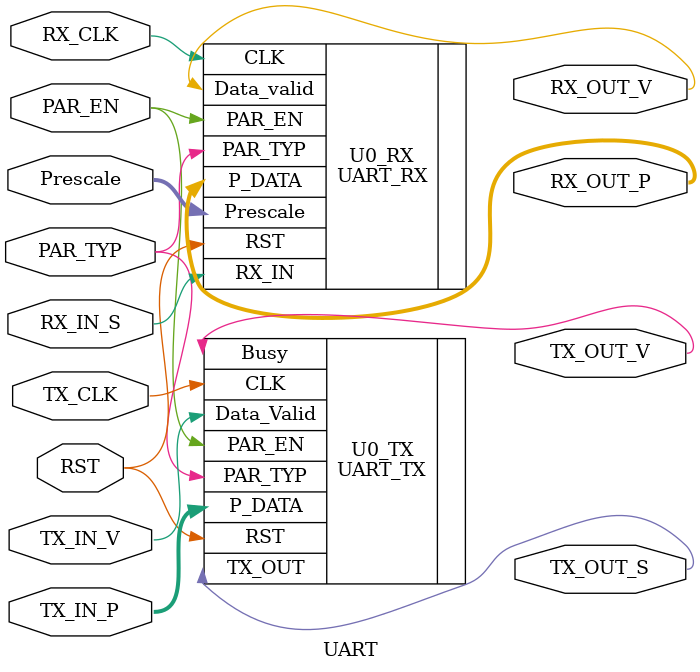
<source format=v>

`include "UART_TX.v"
`include "UART_RX.v"


module UART #(parameter DATA_WIDTH = 8)(
    input wire TX_CLK,
    input wire RX_CLK,
    input wire RST,
    input wire PAR_TYP,
    input wire PAR_EN,
    input wire[5:0] Prescale,
    input wire[DATA_WIDTH-1:0] TX_IN_P,
    input wire TX_IN_V,
    output wire TX_OUT_S,
    output wire TX_OUT_V,
    input wire RX_IN_S,
    output wire[DATA_WIDTH-1:0] RX_OUT_P,
    output wire RX_OUT_V
);


UART_TX U0_TX(
    .CLK(TX_CLK),
    .RST(RST),
    .PAR_TYP(PAR_TYP),
    .PAR_EN(PAR_EN),
    .P_DATA(TX_IN_P),
    .Data_Valid(TX_IN_V),
    .TX_OUT(TX_OUT_S),
    .Busy(TX_OUT_V)
);

UART_RX U0_RX(
    .CLK(RX_CLK),
    .RST(RST),
    .RX_IN(RX_IN_S),
    .PAR_EN(PAR_EN),
    .PAR_TYP(PAR_TYP),
    .Prescale(Prescale),
    .Data_valid(RX_OUT_V),
    .P_DATA(RX_OUT_P)
);


endmodule

</source>
